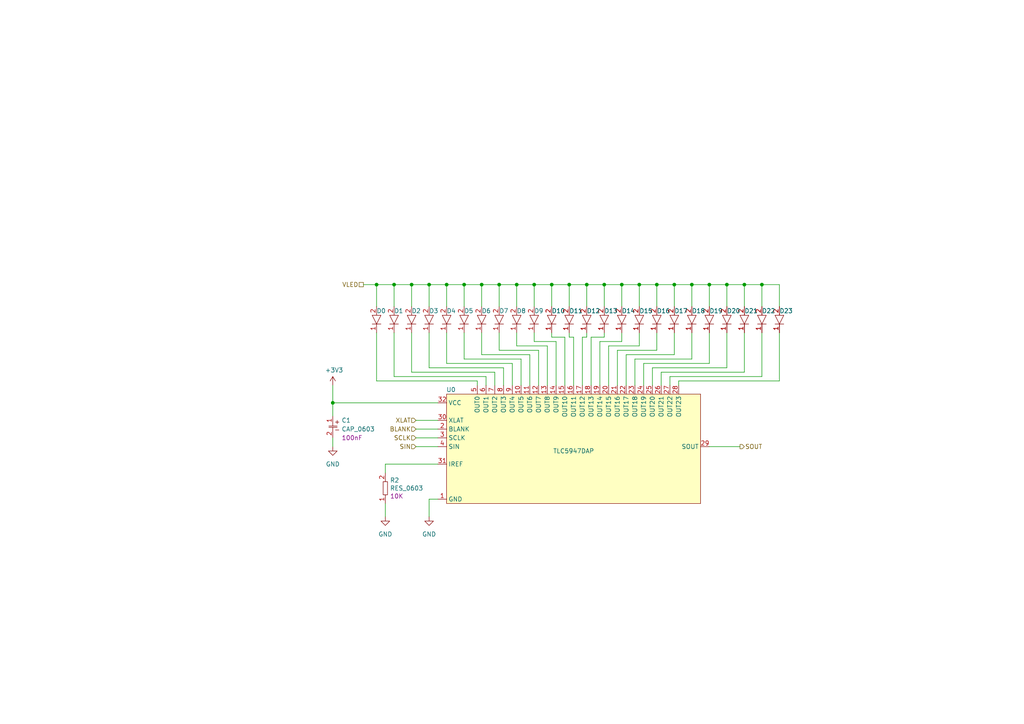
<source format=kicad_sch>
(kicad_sch (version 20211123) (generator eeschema)
  (paper "A4")
  (lib_symbols
    (symbol "BalanceBoard-rescue:CAP_0603-receiver" (pin_names (offset 1.016))
      (property "Reference" "C" (at 3.048 -1.524 0))
      (property "Value" "CAP_0603-receiver" (at 7.112 -3.556 0))
      (property "Capacitance" "100nF" (at 5.334 -5.969 0))
      (symbol "CAP_0603-receiver_0_1"
        (polyline (pts (xy -1.143 -3.302) (xy 1.27 -3.302)))
        (polyline (pts (xy -1.143 -2.921) (xy 1.27 -2.921)))
        (polyline (pts (xy 0 -3.81) (xy 0 -3.429)))
        (polyline (pts (xy 0 -3.302) (xy 0 -3.429)))
        (polyline (pts (xy 0.762 -4.064) (xy 1.778 -4.064)))
        (polyline (pts (xy 0.762 -1.778) (xy 1.778 -1.778)))
        (polyline (pts (xy 1.27 -2.286) (xy 1.27 -1.27)))
        (polyline (pts (xy 0 -2.921) (xy 0 -2.54) (xy 0 -2.921)))
      )
      (symbol "CAP_0603-receiver_1_1"
        (pin passive line (at 0 0 270) (length 2.54) (name "~") (number "1"))
        (pin passive line (at 0 -6.35 90) (length 2.54) (name "~") (number "2"))
      )
    )
    (symbol "BalanceBoard-rescue:RES_0603-receiver" (pin_names (offset 1.016))
      (property "Reference" "R" (at 3.937 2.159 0))
      (property "Value" "RES_0603-receiver" (at 3.81 -2.794 0))
      (property "Resistance" "10K" (at 2.159 -5.207 0))
      (symbol "RES_0603-receiver_0_1"
        (rectangle (start 2.54 0.635) (end 6.35 -0.635))
      )
      (symbol "RES_0603-receiver_1_1"
        (pin passive line (at 0 0 0) (length 2.54) (name "~") (number "1"))
        (pin passive line (at 8.89 0 180) (length 2.54) (name "~") (number "2"))
      )
    )
    (symbol "RailLed:150060GS75000"
      (property "Reference" "D" (at 1.27 6.35 0))
      (symbol "150060GS75000_0_1"
        (polyline (pts (xy -1.27 2.54) (xy 1.27 2.54)))
        (polyline (pts (xy -1.27 5.08) (xy 0 2.54)))
        (polyline (pts (xy -1.27 5.08) (xy 1.27 5.08) (xy 0 2.54)))
      )
      (symbol "150060GS75000_1_1"
        (pin passive line (at 0 0 90) (length 2.54) (name "") (number "1"))
        (pin passive line (at 0 7.62 270) (length 2.54) (name "") (number "2"))
      )
    )
    (symbol "RailLed:TLC5947DAP"
      (property "Reference" "U" (at 2.54 1.27 0))
      (property "Value" "TLC5947DAP" (at 39.37 -16.51 0))
      (symbol "TLC5947DAP_0_1"
        (rectangle (start 2.54 0) (end 76.2 -31.75) (fill (type background)))
      )
      (symbol "TLC5947DAP_1_1"
        (pin power_in line (at 0 -30.48 0) (length 2.54) (name "GND") (number "1"))
        (pin input line (at 24.13 2.54 270) (length 2.54) (name "OUT5") (number "10"))
        (pin input line (at 26.67 2.54 270) (length 2.54) (name "OUT6") (number "11"))
        (pin input line (at 29.21 2.54 270) (length 2.54) (name "OUT7") (number "12"))
        (pin input line (at 31.75 2.54 270) (length 2.54) (name "OUT8") (number "13"))
        (pin input line (at 34.29 2.54 270) (length 2.54) (name "OUT9") (number "14"))
        (pin input line (at 36.83 2.54 270) (length 2.54) (name "OUT10") (number "15"))
        (pin input line (at 39.37 2.54 270) (length 2.54) (name "OUT11") (number "16"))
        (pin input line (at 41.91 2.54 270) (length 2.54) (name "OUT12") (number "17"))
        (pin input line (at 44.45 2.54 270) (length 2.54) (name "OUT13") (number "18"))
        (pin input line (at 46.99 2.54 270) (length 2.54) (name "OUT14") (number "19"))
        (pin input line (at 0 -10.16 0) (length 2.54) (name "BLANK") (number "2"))
        (pin input line (at 49.53 2.54 270) (length 2.54) (name "OUT15") (number "20"))
        (pin input line (at 52.07 2.54 270) (length 2.54) (name "OUT16") (number "21"))
        (pin input line (at 54.61 2.54 270) (length 2.54) (name "OUT17") (number "22"))
        (pin input line (at 57.15 2.54 270) (length 2.54) (name "OUT18") (number "23"))
        (pin input line (at 59.69 2.54 270) (length 2.54) (name "OUT19") (number "24"))
        (pin input line (at 62.23 2.54 270) (length 2.54) (name "OUT20") (number "25"))
        (pin input line (at 64.77 2.54 270) (length 2.54) (name "OUT21") (number "26"))
        (pin input line (at 67.31 2.54 270) (length 2.54) (name "OUT22") (number "27"))
        (pin input line (at 69.85 2.54 270) (length 2.54) (name "OUT23") (number "28"))
        (pin output line (at 78.74 -15.24 180) (length 2.54) (name "SOUT") (number "29"))
        (pin input line (at 0 -12.7 0) (length 2.54) (name "SCLK") (number "3"))
        (pin input line (at 0 -7.62 0) (length 2.54) (name "XLAT") (number "30"))
        (pin input line (at 0 -20.32 0) (length 2.54) (name "IREF") (number "31"))
        (pin power_out line (at 0 -2.54 0) (length 2.54) (name "VCC") (number "32"))
        (pin input line (at 0 -15.24 0) (length 2.54) (name "SIN") (number "4"))
        (pin input line (at 11.43 2.54 270) (length 2.54) (name "OUT0") (number "5"))
        (pin input line (at 13.97 2.54 270) (length 2.54) (name "OUT1") (number "6"))
        (pin input line (at 16.51 2.54 270) (length 2.54) (name "OUT2") (number "7"))
        (pin input line (at 19.05 2.54 270) (length 2.54) (name "OUT3") (number "8"))
        (pin input line (at 21.59 2.54 270) (length 2.54) (name "OUT4") (number "9"))
      )
    )
    (symbol "power:+3.3V" (power) (pin_names (offset 0))
      (property "Value" "+3.3V" (at 0 3.556 0))
      (symbol "+3.3V_0_1"
        (polyline (pts (xy -0.762 1.27) (xy 0 2.54)))
        (polyline (pts (xy 0 0) (xy 0 2.54)))
        (polyline (pts (xy 0 2.54) (xy 0.762 1.27)))
      )
      (symbol "+3.3V_1_1"
        (pin power_in line (at 0 0 90) (length 0) hide (name "+3V3") (number "1"))
      )
    )
    (symbol "power:GND" (power) (pin_names (offset 0))
      (property "Value" "GND" (at 0 -3.81 0))
      (symbol "GND_0_1"
        (polyline (pts (xy 0 0) (xy 0 -1.27) (xy 1.27 -1.27) (xy 0 -2.54) (xy -1.27 -1.27) (xy 0 -1.27)))
      )
      (symbol "GND_1_1"
        (pin power_in line (at 0 0 270) (length 0) hide (name "GND") (number "1"))
      )
    )
  )
  (junction (at 139.7 82.55))
  (junction (at 134.62 82.55))
  (junction (at 124.46 82.55))
  (junction (at 109.22 82.55))
  (junction (at 180.34 82.55))
  (junction (at 205.74 82.55))
  (junction (at 119.38 82.55))
  (junction (at 154.94 82.55))
  (junction (at 200.66 82.55))
  (junction (at 185.42 82.55))
  (junction (at 170.18 82.55))
  (junction (at 175.26 82.55))
  (junction (at 149.86 82.55))
  (junction (at 114.3 82.55))
  (junction (at 215.9 82.55))
  (junction (at 96.52 116.84))
  (junction (at 210.82 82.55))
  (junction (at 165.1 82.55))
  (junction (at 144.78 82.55))
  (junction (at 190.5 82.55))
  (junction (at 129.54 82.55))
  (junction (at 195.58 82.55))
  (junction (at 160.02 82.55))
  (junction (at 220.98 82.55))
  (wire (pts (xy 215.9 107.95) (xy 215.9 96.52)))
  (wire (pts (xy 210.82 82.55) (xy 210.82 88.9)))
  (wire (pts (xy 166.37 111.76) (xy 166.37 97.79)))
  (wire (pts (xy 160.02 82.55) (xy 160.02 88.9)))
  (wire (pts (xy 175.26 82.55) (xy 175.26 88.9)))
  (wire (pts (xy 210.82 82.55) (xy 215.9 82.55)))
  (wire (pts (xy 109.22 110.49) (xy 138.43 110.49)))
  (wire (pts (xy 105.41 82.55) (xy 109.22 82.55)))
  (wire (pts (xy 173.99 111.76) (xy 173.99 99.06)))
  (wire (pts (xy 205.74 82.55) (xy 210.82 82.55)))
  (wire (pts (xy 160.02 96.52) (xy 160.02 97.79)))
  (wire (pts (xy 124.46 96.52) (xy 124.46 106.68)))
  (wire (pts (xy 153.67 102.87) (xy 139.7 102.87)))
  (wire (pts (xy 119.38 107.95) (xy 119.38 96.52)))
  (wire (pts (xy 205.74 96.52) (xy 205.74 105.41)))
  (wire (pts (xy 154.94 82.55) (xy 154.94 88.9)))
  (wire (pts (xy 205.74 129.54) (xy 214.63 129.54)))
  (wire (pts (xy 190.5 96.52) (xy 190.5 101.6)))
  (wire (pts (xy 170.18 88.9) (xy 170.18 82.55)))
  (wire (pts (xy 158.75 100.33) (xy 149.86 100.33)))
  (wire (pts (xy 200.66 82.55) (xy 205.74 82.55)))
  (wire (pts (xy 215.9 82.55) (xy 215.9 88.9)))
  (wire (pts (xy 134.62 104.14) (xy 151.13 104.14)))
  (wire (pts (xy 165.1 96.52) (xy 165.1 97.79)))
  (wire (pts (xy 151.13 104.14) (xy 151.13 111.76)))
  (wire (pts (xy 127 144.78) (xy 124.46 144.78)))
  (wire (pts (xy 140.97 109.22) (xy 140.97 111.76)))
  (wire (pts (xy 156.21 101.6) (xy 156.21 111.76)))
  (wire (pts (xy 190.5 82.55) (xy 190.5 88.9)))
  (wire (pts (xy 176.53 111.76) (xy 176.53 100.33)))
  (wire (pts (xy 96.52 116.84) (xy 96.52 120.65)))
  (wire (pts (xy 226.06 88.9) (xy 226.06 82.55)))
  (wire (pts (xy 194.31 109.22) (xy 194.31 111.76)))
  (wire (pts (xy 191.77 111.76) (xy 191.77 107.95)))
  (wire (pts (xy 149.86 100.33) (xy 149.86 96.52)))
  (wire (pts (xy 196.85 110.49) (xy 226.06 110.49)))
  (wire (pts (xy 144.78 82.55) (xy 144.78 88.9)))
  (wire (pts (xy 120.65 124.46) (xy 127 124.46)))
  (wire (pts (xy 210.82 96.52) (xy 210.82 106.68)))
  (wire (pts (xy 163.83 111.76) (xy 163.83 97.79)))
  (wire (pts (xy 134.62 96.52) (xy 134.62 104.14)))
  (wire (pts (xy 185.42 100.33) (xy 185.42 96.52)))
  (wire (pts (xy 179.07 111.76) (xy 179.07 101.6)))
  (wire (pts (xy 96.52 111.76) (xy 96.52 116.84)))
  (wire (pts (xy 163.83 97.79) (xy 160.02 97.79)))
  (wire (pts (xy 114.3 82.55) (xy 119.38 82.55)))
  (wire (pts (xy 200.66 96.52) (xy 200.66 104.14)))
  (wire (pts (xy 154.94 99.06) (xy 161.29 99.06)))
  (wire (pts (xy 165.1 82.55) (xy 170.18 82.55)))
  (wire (pts (xy 186.69 111.76) (xy 186.69 105.41)))
  (wire (pts (xy 148.59 111.76) (xy 148.59 105.41)))
  (wire (pts (xy 114.3 96.52) (xy 114.3 109.22)))
  (wire (pts (xy 154.94 82.55) (xy 160.02 82.55)))
  (wire (pts (xy 171.45 97.79) (xy 175.26 97.79)))
  (wire (pts (xy 189.23 106.68) (xy 189.23 111.76)))
  (wire (pts (xy 124.46 106.68) (xy 146.05 106.68)))
  (wire (pts (xy 185.42 82.55) (xy 185.42 88.9)))
  (wire (pts (xy 109.22 82.55) (xy 109.22 88.9)))
  (wire (pts (xy 143.51 111.76) (xy 143.51 107.95)))
  (wire (pts (xy 171.45 111.76) (xy 171.45 97.79)))
  (wire (pts (xy 179.07 101.6) (xy 190.5 101.6)))
  (wire (pts (xy 180.34 82.55) (xy 180.34 88.9)))
  (wire (pts (xy 148.59 105.41) (xy 129.54 105.41)))
  (wire (pts (xy 144.78 96.52) (xy 144.78 101.6)))
  (wire (pts (xy 220.98 82.55) (xy 220.98 88.9)))
  (wire (pts (xy 180.34 96.52) (xy 180.34 99.06)))
  (wire (pts (xy 220.98 82.55) (xy 226.06 82.55)))
  (wire (pts (xy 149.86 82.55) (xy 154.94 82.55)))
  (wire (pts (xy 124.46 82.55) (xy 124.46 88.9)))
  (wire (pts (xy 139.7 82.55) (xy 144.78 82.55)))
  (wire (pts (xy 176.53 100.33) (xy 185.42 100.33)))
  (wire (pts (xy 139.7 102.87) (xy 139.7 96.52)))
  (wire (pts (xy 181.61 111.76) (xy 181.61 102.87)))
  (wire (pts (xy 153.67 111.76) (xy 153.67 102.87)))
  (wire (pts (xy 143.51 107.95) (xy 119.38 107.95)))
  (wire (pts (xy 185.42 82.55) (xy 190.5 82.55)))
  (wire (pts (xy 210.82 106.68) (xy 189.23 106.68)))
  (wire (pts (xy 205.74 82.55) (xy 205.74 88.9)))
  (wire (pts (xy 96.52 127) (xy 96.52 129.54)))
  (wire (pts (xy 215.9 82.55) (xy 220.98 82.55)))
  (wire (pts (xy 96.52 116.84) (xy 127 116.84)))
  (wire (pts (xy 160.02 82.55) (xy 165.1 82.55)))
  (wire (pts (xy 111.76 146.05) (xy 111.76 149.86)))
  (wire (pts (xy 175.26 82.55) (xy 180.34 82.55)))
  (wire (pts (xy 195.58 82.55) (xy 200.66 82.55)))
  (wire (pts (xy 120.65 127) (xy 127 127)))
  (wire (pts (xy 139.7 82.55) (xy 139.7 88.9)))
  (wire (pts (xy 120.65 121.92) (xy 127 121.92)))
  (wire (pts (xy 165.1 82.55) (xy 165.1 88.9)))
  (wire (pts (xy 109.22 82.55) (xy 114.3 82.55)))
  (wire (pts (xy 166.37 97.79) (xy 165.1 97.79)))
  (wire (pts (xy 184.15 104.14) (xy 184.15 111.76)))
  (wire (pts (xy 111.76 134.62) (xy 111.76 137.16)))
  (wire (pts (xy 124.46 82.55) (xy 129.54 82.55)))
  (wire (pts (xy 200.66 104.14) (xy 184.15 104.14)))
  (wire (pts (xy 191.77 107.95) (xy 215.9 107.95)))
  (wire (pts (xy 170.18 97.79) (xy 168.91 97.79)))
  (wire (pts (xy 144.78 82.55) (xy 149.86 82.55)))
  (wire (pts (xy 109.22 96.52) (xy 109.22 110.49)))
  (wire (pts (xy 226.06 110.49) (xy 226.06 96.52)))
  (wire (pts (xy 170.18 96.52) (xy 170.18 97.79)))
  (wire (pts (xy 149.86 82.55) (xy 149.86 88.9)))
  (wire (pts (xy 127 134.62) (xy 111.76 134.62)))
  (wire (pts (xy 146.05 106.68) (xy 146.05 111.76)))
  (wire (pts (xy 129.54 105.41) (xy 129.54 96.52)))
  (wire (pts (xy 129.54 82.55) (xy 129.54 88.9)))
  (wire (pts (xy 186.69 105.41) (xy 205.74 105.41)))
  (wire (pts (xy 129.54 82.55) (xy 134.62 82.55)))
  (wire (pts (xy 196.85 111.76) (xy 196.85 110.49)))
  (wire (pts (xy 181.61 102.87) (xy 195.58 102.87)))
  (wire (pts (xy 114.3 82.55) (xy 114.3 88.9)))
  (wire (pts (xy 138.43 110.49) (xy 138.43 111.76)))
  (wire (pts (xy 154.94 96.52) (xy 154.94 99.06)))
  (wire (pts (xy 195.58 88.9) (xy 195.58 82.55)))
  (wire (pts (xy 190.5 82.55) (xy 195.58 82.55)))
  (wire (pts (xy 161.29 99.06) (xy 161.29 111.76)))
  (wire (pts (xy 173.99 99.06) (xy 180.34 99.06)))
  (wire (pts (xy 119.38 82.55) (xy 119.38 88.9)))
  (wire (pts (xy 220.98 96.52) (xy 220.98 109.22)))
  (wire (pts (xy 200.66 82.55) (xy 200.66 88.9)))
  (wire (pts (xy 180.34 82.55) (xy 185.42 82.55)))
  (wire (pts (xy 114.3 109.22) (xy 140.97 109.22)))
  (wire (pts (xy 195.58 102.87) (xy 195.58 96.52)))
  (wire (pts (xy 134.62 82.55) (xy 134.62 88.9)))
  (wire (pts (xy 144.78 101.6) (xy 156.21 101.6)))
  (wire (pts (xy 119.38 82.55) (xy 124.46 82.55)))
  (wire (pts (xy 168.91 97.79) (xy 168.91 111.76)))
  (wire (pts (xy 134.62 82.55) (xy 139.7 82.55)))
  (wire (pts (xy 175.26 96.52) (xy 175.26 97.79)))
  (wire (pts (xy 170.18 82.55) (xy 175.26 82.55)))
  (wire (pts (xy 158.75 111.76) (xy 158.75 100.33)))
  (wire (pts (xy 124.46 144.78) (xy 124.46 149.86)))
  (wire (pts (xy 120.65 129.54) (xy 127 129.54)))
  (wire (pts (xy 220.98 109.22) (xy 194.31 109.22)))
  (hierarchical_label "SIN" (shape input) (at 120.65 129.54 180))
  (hierarchical_label "SOUT" (shape output) (at 214.63 129.54 0))
  (hierarchical_label "VLED" (shape passive) (at 105.41 82.55 180))
  (hierarchical_label "BLANK" (shape input) (at 120.65 124.46 180))
  (hierarchical_label "SCLK" (shape input) (at 120.65 127 180))
  (hierarchical_label "XLAT" (shape input) (at 120.65 121.92 180))
  (symbol (lib_id "RailLed:150060GS75000") (at 170.18 96.52 0) (unit 1)
    (property "Reference" "D12" (at 170.18 90.17 0) (effects (justify left)))
    (property "Value" "150060GS75000" (effects hide))
    (property "Footprint" "RailLed:150060GS75000" (effects hide))
  )
  (symbol (lib_id "RailLed:150060GS75000") (at 154.94 96.52 0) (unit 1)
    (property "Reference" "D9" (at 154.94 90.17 0) (effects (justify left)))
    (property "Value" "150060GS75000" (effects hide))
    (property "Footprint" "RailLed:150060GS75000" (effects hide))
  )
  (symbol (lib_id "RailLed:150060GS75000") (at 195.58 96.52 0) (unit 1)
    (property "Reference" "D17" (at 195.58 90.17 0) (effects (justify left)))
    (property "Value" "150060GS75000" (effects hide))
    (property "Footprint" "RailLed:150060GS75000" (effects hide))
  )
  (symbol (lib_id "BalanceBoard-rescue:RES_0603-receiver") (at 111.76 146.05 90) (unit 1)
    (property "Reference" "R2" (at 113.1062 139.2936 90) (effects (justify right)))
    (property "Value" "RES_0603" (at 113.1062 141.605 90) (effects (justify right)))
    (property "Footprint" "receiver:0603" (effects hide))
    (property "Resistance" "10K" (at 113.1062 143.9164 90) (effects (justify right)))
  )
  (symbol (lib_id "RailLed:150060GS75000") (at 114.3 96.52 0) (unit 1)
    (property "Reference" "D1" (at 114.3 90.17 0) (effects (justify left)))
    (property "Value" "150060GS75000" (effects hide))
    (property "Footprint" "RailLed:150060GS75000" (effects hide))
  )
  (symbol (lib_id "RailLed:150060GS75000") (at 226.06 96.52 0) (unit 1)
    (property "Reference" "D23" (at 226.06 90.17 0) (effects (justify left)))
    (property "Value" "150060GS75000" (effects hide))
    (property "Footprint" "RailLed:150060GS75000" (effects hide))
  )
  (symbol (lib_id "RailLed:150060GS75000") (at 190.5 96.52 0) (unit 1)
    (property "Reference" "D16" (at 190.5 90.17 0) (effects (justify left)))
    (property "Value" "150060GS75000" (effects hide))
    (property "Footprint" "RailLed:150060GS75000" (effects hide))
  )
  (symbol (lib_id "RailLed:150060GS75000") (at 220.98 96.52 0) (unit 1)
    (property "Reference" "D22" (at 220.98 90.17 0) (effects (justify left)))
    (property "Value" "150060GS75000" (effects hide))
    (property "Footprint" "RailLed:150060GS75000" (effects hide))
  )
  (symbol (lib_id "RailLed:150060GS75000") (at 175.26 96.52 0) (unit 1)
    (property "Reference" "D13" (at 175.26 90.17 0) (effects (justify left)))
    (property "Value" "150060GS75000" (effects hide))
    (property "Footprint" "RailLed:150060GS75000" (effects hide))
  )
  (symbol (lib_id "RailLed:150060GS75000") (at 200.66 96.52 0) (unit 1)
    (property "Reference" "D18" (at 200.66 90.17 0) (effects (justify left)))
    (property "Value" "150060GS75000" (effects hide))
    (property "Footprint" "RailLed:150060GS75000" (effects hide))
  )
  (symbol (lib_id "RailLed:150060GS75000") (at 165.1 96.52 0) (unit 1)
    (property "Reference" "D11" (at 165.1 90.17 0) (effects (justify left)))
    (property "Value" "150060GS75000" (effects hide))
    (property "Footprint" "RailLed:150060GS75000" (effects hide))
  )
  (symbol (lib_id "RailLed:150060GS75000") (at 210.82 96.52 0) (unit 1)
    (property "Reference" "D20" (at 210.82 90.17 0) (effects (justify left)))
    (property "Value" "150060GS75000" (effects hide))
    (property "Footprint" "RailLed:150060GS75000" (effects hide))
  )
  (symbol (lib_id "RailLed:150060GS75000") (at 185.42 96.52 0) (unit 1)
    (property "Reference" "D15" (at 185.42 90.17 0) (effects (justify left)))
    (property "Value" "150060GS75000" (effects hide))
    (property "Footprint" "RailLed:150060GS75000" (effects hide))
  )
  (symbol (lib_id "power:GND") (at 111.76 149.86 0) (unit 1)
    (property "Reference" "#PWR013" (effects hide))
    (property "Value" "GND" (at 111.76 154.94 0))
  )
  (symbol (lib_id "RailLed:150060GS75000") (at 119.38 96.52 0) (unit 1)
    (property "Reference" "D2" (at 119.38 90.17 0) (effects (justify left)))
    (property "Value" "150060GS75000" (effects hide))
    (property "Footprint" "RailLed:150060GS75000" (effects hide))
  )
  (symbol (lib_id "power:GND") (at 124.46 149.86 0) (unit 1)
    (property "Reference" "#PWR014" (effects hide))
    (property "Value" "GND" (at 124.46 154.94 0))
  )
  (symbol (lib_id "RailLed:150060GS75000") (at 205.74 96.52 0) (unit 1)
    (property "Reference" "D19" (at 205.74 90.17 0) (effects (justify left)))
    (property "Value" "150060GS75000" (effects hide))
    (property "Footprint" "RailLed:150060GS75000" (effects hide))
  )
  (symbol (lib_id "BalanceBoard-rescue:CAP_0603-receiver") (at 96.52 120.65 0) (unit 1)
    (property "Reference" "C1" (at 99.06 121.92 0) (effects (justify left)))
    (property "Value" "CAP_0603" (at 99.06 124.46 0) (effects (justify left)))
    (property "Footprint" "receiver:0603" (effects hide))
    (property "Capacitance" "100nF" (at 99.06 127 0) (effects (justify left)))
  )
  (symbol (lib_id "RailLed:150060GS75000") (at 149.86 96.52 0) (unit 1)
    (property "Reference" "D8" (at 149.86 90.17 0) (effects (justify left)))
    (property "Value" "150060GS75000" (effects hide))
    (property "Footprint" "RailLed:150060GS75000" (effects hide))
  )
  (symbol (lib_id "RailLed:150060GS75000") (at 124.46 96.52 0) (unit 1)
    (property "Reference" "D3" (at 124.46 90.17 0) (effects (justify left)))
    (property "Value" "150060GS75000" (effects hide))
    (property "Footprint" "RailLed:150060GS75000" (effects hide))
  )
  (symbol (lib_id "RailLed:150060GS75000") (at 180.34 96.52 0) (unit 1)
    (property "Reference" "D14" (at 180.34 90.17 0) (effects (justify left)))
    (property "Value" "150060GS75000" (effects hide))
    (property "Footprint" "RailLed:150060GS75000" (effects hide))
  )
  (symbol (lib_id "power:GND") (at 96.52 129.54 0) (unit 1)
    (property "Reference" "#PWR012" (effects hide))
    (property "Value" "GND" (at 96.52 134.62 0))
  )
  (symbol (lib_id "RailLed:150060GS75000") (at 134.62 96.52 0) (unit 1)
    (property "Reference" "D5" (at 134.62 90.17 0) (effects (justify left)))
    (property "Value" "150060GS75000" (effects hide))
    (property "Footprint" "RailLed:150060GS75000" (effects hide))
  )
  (symbol (lib_id "power:+3.3V") (at 96.52 111.76 0) (unit 1)
    (property "Reference" "#PWR011" (effects hide))
    (property "Value" "+3.3V" (at 96.901 107.3658 0))
  )
  (symbol (lib_id "RailLed:150060GS75000") (at 215.9 96.52 0) (unit 1)
    (property "Reference" "D21" (at 215.9 90.17 0) (effects (justify left)))
    (property "Value" "150060GS75000" (effects hide))
    (property "Footprint" "RailLed:150060GS75000" (effects hide))
  )
  (symbol (lib_id "RailLed:150060GS75000") (at 139.7 96.52 0) (unit 1)
    (property "Reference" "D6" (at 139.7 90.17 0) (effects (justify left)))
    (property "Value" "150060GS75000" (effects hide))
    (property "Footprint" "RailLed:150060GS75000" (effects hide))
  )
  (symbol (lib_id "RailLed:150060GS75000") (at 144.78 96.52 0) (unit 1)
    (property "Reference" "D7" (at 144.78 90.17 0) (effects (justify left)))
    (property "Value" "150060GS75000" (effects hide))
    (property "Footprint" "RailLed:150060GS75000" (effects hide))
  )
  (symbol (lib_id "RailLed:150060GS75000") (at 129.54 96.52 0) (unit 1)
    (property "Reference" "D4" (at 129.54 90.17 0) (effects (justify left)))
    (property "Value" "150060GS75000" (effects hide))
    (property "Footprint" "RailLed:150060GS75000" (effects hide))
  )
  (symbol (lib_id "RailLed:TLC5947DAP") (at 127 114.3 0) (unit 1)
    (property "Reference" "U0" (at 130.81 113.03 0))
    (property "Value" "TLC5947DAP" (at 166.37 130.81 0))
    (property "Footprint" "RailLed:TLC5947DAP" (effects hide))
  )
  (symbol (lib_id "RailLed:150060GS75000") (at 109.22 96.52 0) (unit 1)
    (property "Reference" "D0" (at 109.22 90.17 0) (effects (justify left)))
    (property "Value" "150060GS75000" (effects hide))
    (property "Footprint" "RailLed:150060GS75000" (effects hide))
  )
  (symbol (lib_id "RailLed:150060GS75000") (at 160.02 96.52 0) (unit 1)
    (property "Reference" "D10" (at 160.02 90.17 0) (effects (justify left)))
    (property "Value" "150060GS75000" (effects hide))
    (property "Footprint" "RailLed:150060GS75000" (effects hide))
  )
)
</source>
